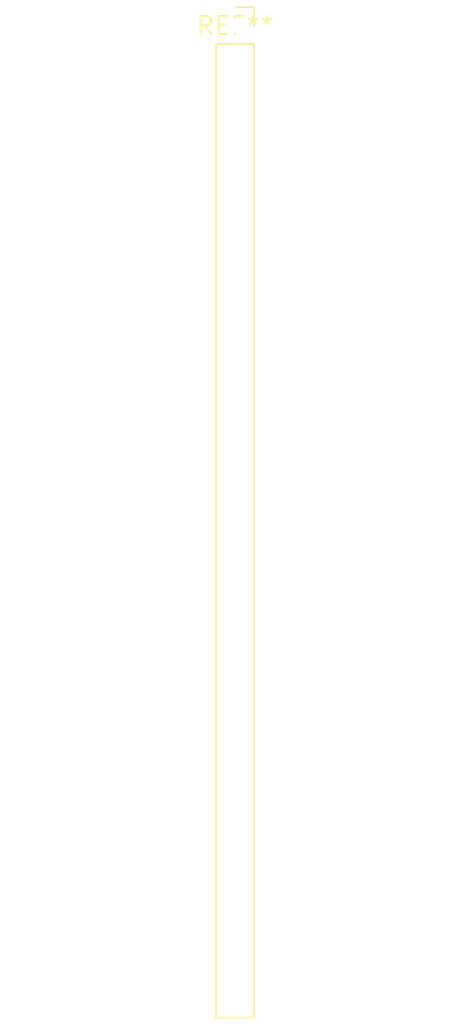
<source format=kicad_pcb>
(kicad_pcb (version 20240108) (generator pcbnew)
  (layers (0 "F.Cu" signal) (31 "B.Cu" signal) (34 "B.Paste" user) (35 "F.Paste" user) (36 "B.SilkS" user "B.Silkscreen") (37 "F.SilkS" user "F.Silkscreen") (38 "B.Mask" user) (39 "F.Mask" user) (44 "Edge.Cuts" user))
  (net 0 "")
  (footprint "PinSocket_1x28_P2.54mm_Vertical" (layer "F.Cu") (at 0 0)
    (property "Reference" "REF**")
    (property "Value" "PinSocket_1x28_P2.54mm_Vertical")
    (fp_line (start -1.33 1.27) (end -1.33 69.91) (layer "F.SilkS") (stroke (width 0.12)))
    (fp_line (start -1.33 1.27) (end 1.33 1.27) (layer "F.SilkS") (stroke (width 0.12)))
    (fp_line (start -1.33 69.91) (end 1.33 69.91) (layer "F.SilkS") (stroke (width 0.12)))
    (fp_line (start 0 -1.33) (end 1.33 -1.33) (layer "F.SilkS") (stroke (width 0.12)))
    (fp_line (start 1.33 -1.33) (end 1.33 0) (layer "F.SilkS") (stroke (width 0.12)))
    (fp_line (start 1.33 1.27) (end 1.33 69.91) (layer "F.SilkS") (stroke (width 0.12)))
    (pad "1" thru_hole rect (at 0 0) (size 1.7 1.7) (drill 1) (layers *.Cu *.Mask) (remove_unused_layers))
    (pad "2" thru_hole oval (at 0 2.54) (size 1.7 1.7) (drill 1) (layers *.Cu *.Mask) (remove_unused_layers))
    (pad "3" thru_hole oval (at 0 5.08) (size 1.7 1.7) (drill 1) (layers *.Cu *.Mask) (remove_unused_layers))
    (pad "4" thru_hole oval (at 0 7.62) (size 1.7 1.7) (drill 1) (layers *.Cu *.Mask) (remove_unused_layers))
    (pad "5" thru_hole oval (at 0 10.16) (size 1.7 1.7) (drill 1) (layers *.Cu *.Mask) (remove_unused_layers))
    (pad "6" thru_hole oval (at 0 12.7) (size 1.7 1.7) (drill 1) (layers *.Cu *.Mask) (remove_unused_layers))
    (pad "7" thru_hole oval (at 0 15.24) (size 1.7 1.7) (drill 1) (layers *.Cu *.Mask) (remove_unused_layers))
    (pad "8" thru_hole oval (at 0 17.78) (size 1.7 1.7) (drill 1) (layers *.Cu *.Mask) (remove_unused_layers))
    (pad "9" thru_hole oval (at 0 20.32) (size 1.7 1.7) (drill 1) (layers *.Cu *.Mask) (remove_unused_layers))
    (pad "10" thru_hole oval (at 0 22.86) (size 1.7 1.7) (drill 1) (layers *.Cu *.Mask) (remove_unused_layers))
    (pad "11" thru_hole oval (at 0 25.4) (size 1.7 1.7) (drill 1) (layers *.Cu *.Mask) (remove_unused_layers))
    (pad "12" thru_hole oval (at 0 27.94) (size 1.7 1.7) (drill 1) (layers *.Cu *.Mask) (remove_unused_layers))
    (pad "13" thru_hole oval (at 0 30.48) (size 1.7 1.7) (drill 1) (layers *.Cu *.Mask) (remove_unused_layers))
    (pad "14" thru_hole oval (at 0 33.02) (size 1.7 1.7) (drill 1) (layers *.Cu *.Mask) (remove_unused_layers))
    (pad "15" thru_hole oval (at 0 35.56) (size 1.7 1.7) (drill 1) (layers *.Cu *.Mask) (remove_unused_layers))
    (pad "16" thru_hole oval (at 0 38.1) (size 1.7 1.7) (drill 1) (layers *.Cu *.Mask) (remove_unused_layers))
    (pad "17" thru_hole oval (at 0 40.64) (size 1.7 1.7) (drill 1) (layers *.Cu *.Mask) (remove_unused_layers))
    (pad "18" thru_hole oval (at 0 43.18) (size 1.7 1.7) (drill 1) (layers *.Cu *.Mask) (remove_unused_layers))
    (pad "19" thru_hole oval (at 0 45.72) (size 1.7 1.7) (drill 1) (layers *.Cu *.Mask) (remove_unused_layers))
    (pad "20" thru_hole oval (at 0 48.26) (size 1.7 1.7) (drill 1) (layers *.Cu *.Mask) (remove_unused_layers))
    (pad "21" thru_hole oval (at 0 50.8) (size 1.7 1.7) (drill 1) (layers *.Cu *.Mask) (remove_unused_layers))
    (pad "22" thru_hole oval (at 0 53.34) (size 1.7 1.7) (drill 1) (layers *.Cu *.Mask) (remove_unused_layers))
    (pad "23" thru_hole oval (at 0 55.88) (size 1.7 1.7) (drill 1) (layers *.Cu *.Mask) (remove_unused_layers))
    (pad "24" thru_hole oval (at 0 58.42) (size 1.7 1.7) (drill 1) (layers *.Cu *.Mask) (remove_unused_layers))
    (pad "25" thru_hole oval (at 0 60.96) (size 1.7 1.7) (drill 1) (layers *.Cu *.Mask) (remove_unused_layers))
    (pad "26" thru_hole oval (at 0 63.5) (size 1.7 1.7) (drill 1) (layers *.Cu *.Mask) (remove_unused_layers))
    (pad "27" thru_hole oval (at 0 66.04) (size 1.7 1.7) (drill 1) (layers *.Cu *.Mask) (remove_unused_layers))
    (pad "28" thru_hole oval (at 0 68.58) (size 1.7 1.7) (drill 1) (layers *.Cu *.Mask) (remove_unused_layers))
  )
)
</source>
